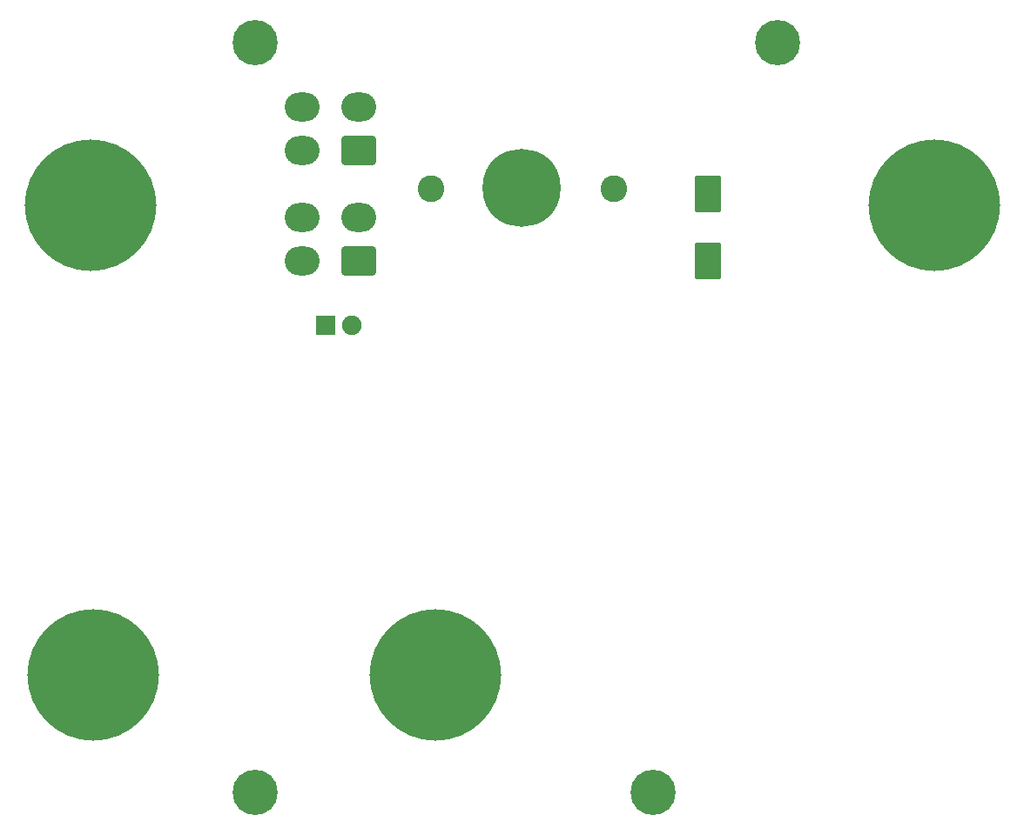
<source format=gbr>
%TF.GenerationSoftware,KiCad,Pcbnew,(6.0.9)*%
%TF.CreationDate,2022-12-26T15:58:23-09:00*%
%TF.ProjectId,ECS Panel PCB V2,45435320-5061-46e6-956c-205043422056,rev?*%
%TF.SameCoordinates,Original*%
%TF.FileFunction,Soldermask,Bot*%
%TF.FilePolarity,Negative*%
%FSLAX46Y46*%
G04 Gerber Fmt 4.6, Leading zero omitted, Abs format (unit mm)*
G04 Created by KiCad (PCBNEW (6.0.9)) date 2022-12-26 15:58:23*
%MOMM*%
%LPD*%
G01*
G04 APERTURE LIST*
G04 Aperture macros list*
%AMRoundRect*
0 Rectangle with rounded corners*
0 $1 Rounding radius*
0 $2 $3 $4 $5 $6 $7 $8 $9 X,Y pos of 4 corners*
0 Add a 4 corners polygon primitive as box body*
4,1,4,$2,$3,$4,$5,$6,$7,$8,$9,$2,$3,0*
0 Add four circle primitives for the rounded corners*
1,1,$1+$1,$2,$3*
1,1,$1+$1,$4,$5*
1,1,$1+$1,$6,$7*
1,1,$1+$1,$8,$9*
0 Add four rect primitives between the rounded corners*
20,1,$1+$1,$2,$3,$4,$5,0*
20,1,$1+$1,$4,$5,$6,$7,0*
20,1,$1+$1,$6,$7,$8,$9,0*
20,1,$1+$1,$8,$9,$2,$3,0*%
G04 Aperture macros list end*
%ADD10RoundRect,0.300000X1.000000X-1.500000X1.000000X1.500000X-1.000000X1.500000X-1.000000X-1.500000X0*%
%ADD11RoundRect,0.050000X-0.900000X-0.900000X0.900000X-0.900000X0.900000X0.900000X-0.900000X0.900000X0*%
%ADD12C,1.900000*%
%ADD13RoundRect,0.300001X1.399999X-1.099999X1.399999X1.099999X-1.399999X1.099999X-1.399999X-1.099999X0*%
%ADD14O,3.400000X2.800000*%
%ADD15C,12.800000*%
%ADD16C,7.600000*%
%ADD17C,4.400000*%
%ADD18C,2.600000*%
G04 APERTURE END LIST*
D10*
%TO.C,C1*%
X111379000Y-99973000D03*
X111379000Y-93473000D03*
%TD*%
D11*
%TO.C,D1*%
X74200000Y-106300000D03*
D12*
X76740000Y-106300000D03*
%TD*%
D13*
%TO.C,J1*%
X77436000Y-89248600D03*
D14*
X77436000Y-85048600D03*
X71936000Y-89248600D03*
X71936000Y-85048600D03*
%TD*%
D13*
%TO.C,J2*%
X77436000Y-100000000D03*
D14*
X77436000Y-95800000D03*
X71936000Y-100000000D03*
X71936000Y-95800000D03*
%TD*%
D15*
%TO.C,1*%
X51308000Y-94589600D03*
X51308000Y-94589600D03*
%TD*%
%TO.C,3*%
X133350000Y-94589600D03*
X133350000Y-94589600D03*
%TD*%
%TO.C,5*%
X51562000Y-140309600D03*
%TD*%
%TO.C,REF\u002A\u002A*%
X84899499Y-140309600D03*
%TD*%
D16*
%TO.C,REF\u002A\u002A*%
X93275000Y-92850000D03*
X93275000Y-92850000D03*
%TD*%
D17*
%TO.C,REF\u002A\u002A*%
X67310000Y-78714600D03*
%TD*%
%TO.C,REF\u002A\u002A*%
X118110000Y-78714600D03*
%TD*%
%TO.C,REF\u002A\u002A*%
X106045000Y-151739600D03*
%TD*%
%TO.C,REF\u002A\u002A*%
X67310000Y-151739600D03*
%TD*%
D18*
%TO.C,REF\u002A\u002A*%
X84455000Y-92938600D03*
%TD*%
%TO.C,REF\u002A\u002A*%
X102235000Y-92938600D03*
%TD*%
M02*

</source>
